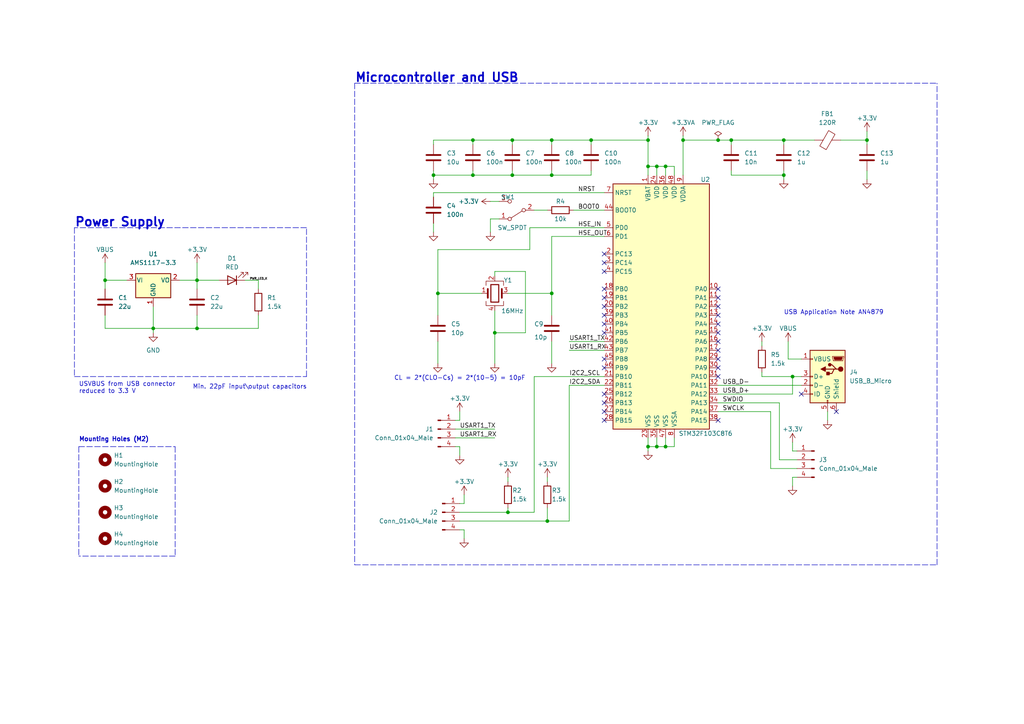
<source format=kicad_sch>
(kicad_sch (version 20211123) (generator eeschema)
  (paper "A4")
  (title_block (title "STM32F103C8T6 SKETCH") (date "2023-02-11") (rev "0.1") (company "Yavuz Selim Kızıltaş"))
  (lib_symbols
    (symbol "Connector:Conn_01x04_Male" (pin_names (offset 1.016) hide)
      (property "Reference" "J" (at 0 5.08 0))
      (property "Value" "Conn_01x04_Male" (at 0 -7.62 0))
      (symbol "Conn_01x04_Male_1_1"
        (polyline (pts (xy 1.27 -5.08) (xy 0.8636 -5.08)) (stroke (width 0.1524)))
        (polyline (pts (xy 1.27 -2.54) (xy 0.8636 -2.54)) (stroke (width 0.1524)))
        (polyline (pts (xy 1.27 0) (xy 0.8636 0)) (stroke (width 0.1524)))
        (polyline (pts (xy 1.27 2.54) (xy 0.8636 2.54)) (stroke (width 0.1524)))
        (rectangle (start 0.8636 -4.953) (end 0 -5.207) (stroke (width 0.1524)) (fill (type outline)))
        (rectangle (start 0.8636 -2.413) (end 0 -2.667) (stroke (width 0.1524)) (fill (type outline)))
        (rectangle (start 0.8636 0.127) (end 0 -0.127) (stroke (width 0.1524)) (fill (type outline)))
        (rectangle (start 0.8636 2.667) (end 0 2.413) (stroke (width 0.1524)) (fill (type outline)))
        (pin passive line (at 5.08 2.54 180) (length 3.81) (name "Pin_1") (number "1"))
        (pin passive line (at 5.08 0 180) (length 3.81) (name "Pin_2") (number "2"))
        (pin passive line (at 5.08 -2.54 180) (length 3.81) (name "Pin_3") (number "3"))
        (pin passive line (at 5.08 -5.08 180) (length 3.81) (name "Pin_4") (number "4"))
      )
    )
    (symbol "Connector:USB_B_Micro" (pin_names (offset 1.016))
      (property "Reference" "J" (at -5.08 11.43 0))
      (property "Value" "USB_B_Micro" (at -5.08 8.89 0))
      (symbol "USB_B_Micro_0_1"
        (rectangle (start -5.08 -7.62) (end 5.08 7.62) (stroke (width 0.254)) (fill (type background)))
        (circle (center -3.81 2.159) (radius 0.635) (stroke (width 0.254)) (fill (type outline)))
        (circle (center -0.635 3.429) (radius 0.381) (stroke (width 0.254)) (fill (type outline)))
        (rectangle (start -0.127 -7.62) (end 0.127 -6.858))
        (polyline (pts (xy -1.905 2.159) (xy 0.635 2.159)) (stroke (width 0.254)))
        (polyline (pts (xy -3.175 2.159) (xy -2.54 2.159) (xy -1.27 3.429) (xy -0.635 3.429)) (stroke (width 0.254)))
        (polyline (pts (xy -2.54 2.159) (xy -1.905 2.159) (xy -1.27 0.889) (xy 0 0.889)) (stroke (width 0.254)))
        (polyline (pts (xy 0.635 2.794) (xy 0.635 1.524) (xy 1.905 2.159) (xy 0.635 2.794)) (stroke (width 0.254)) (fill (type outline)))
        (polyline (pts (xy -4.318 5.588) (xy -1.778 5.588) (xy -2.032 4.826) (xy -4.064 4.826) (xy -4.318 5.588)) (fill (type outline)))
        (polyline (pts (xy -4.699 5.842) (xy -4.699 5.588) (xy -4.445 4.826) (xy -4.445 4.572) (xy -1.651 4.572) (xy -1.651 4.826) (xy -1.397 5.588) (xy -1.397 5.842) (xy -4.699 5.842)))
        (rectangle (start 0.254 1.27) (end -0.508 0.508) (stroke (width 0.254)) (fill (type outline)))
        (rectangle (start 5.08 -5.207) (end 4.318 -4.953))
        (rectangle (start 5.08 -2.667) (end 4.318 -2.413))
        (rectangle (start 5.08 -0.127) (end 4.318 0.127))
        (rectangle (start 5.08 4.953) (end 4.318 5.207))
      )
      (symbol "USB_B_Micro_1_1"
        (pin power_out line (at 7.62 5.08 180) (length 2.54) (name "VBUS") (number "1"))
        (pin bidirectional line (at 7.62 -2.54 180) (length 2.54) (name "D-") (number "2"))
        (pin bidirectional line (at 7.62 0 180) (length 2.54) (name "D+") (number "3"))
        (pin passive line (at 7.62 -5.08 180) (length 2.54) (name "ID") (number "4"))
        (pin power_out line (at 0 -10.16 90) (length 2.54) (name "GND") (number "5"))
        (pin passive line (at -2.54 -10.16 90) (length 2.54) (name "Shield") (number "6"))
      )
    )
    (symbol "Device:C" (pin_numbers hide) (pin_names (offset 0.254))
      (property "Reference" "C" (at 0.635 2.54 0))
      (property "Value" "C" (at 0.635 -2.54 0))
      (symbol "C_0_1"
        (polyline (pts (xy -2.032 -0.762) (xy 2.032 -0.762)) (stroke (width 0.508)))
        (polyline (pts (xy -2.032 0.762) (xy 2.032 0.762)) (stroke (width 0.508)))
      )
      (symbol "C_1_1"
        (pin passive line (at 0 3.81 270) (length 2.794) (name "~") (number "1"))
        (pin passive line (at 0 -3.81 90) (length 2.794) (name "~") (number "2"))
      )
    )
    (symbol "Device:Crystal_GND24" (pin_names (offset 1.016) hide)
      (property "Reference" "Y" (at 3.175 5.08 0))
      (property "Value" "Crystal_GND24" (at 3.175 3.175 0))
      (symbol "Crystal_GND24_0_1"
        (rectangle (start -1.143 2.54) (end 1.143 -2.54) (stroke (width 0.3048)))
        (polyline (pts (xy -2.54 0) (xy -2.032 0)))
        (polyline (pts (xy -2.032 -1.27) (xy -2.032 1.27)) (stroke (width 0.508)))
        (polyline (pts (xy 0 -3.81) (xy 0 -3.556)))
        (polyline (pts (xy 0 3.556) (xy 0 3.81)))
        (polyline (pts (xy 2.032 -1.27) (xy 2.032 1.27)) (stroke (width 0.508)))
        (polyline (pts (xy 2.032 0) (xy 2.54 0)))
        (polyline (pts (xy -2.54 -2.286) (xy -2.54 -3.556) (xy 2.54 -3.556) (xy 2.54 -2.286)))
        (polyline (pts (xy -2.54 2.286) (xy -2.54 3.556) (xy 2.54 3.556) (xy 2.54 2.286)))
      )
      (symbol "Crystal_GND24_1_1"
        (pin passive line (at -3.81 0 0) (length 1.27) (name "1") (number "1"))
        (pin passive line (at 0 5.08 270) (length 1.27) (name "2") (number "2"))
        (pin passive line (at 3.81 0 180) (length 1.27) (name "3") (number "3"))
        (pin passive line (at 0 -5.08 90) (length 1.27) (name "4") (number "4"))
      )
    )
    (symbol "Device:FerriteBead" (pin_numbers hide) (pin_names (offset 0))
      (property "Reference" "FB" (at -3.81 0.635 90))
      (property "Value" "FerriteBead" (at 3.81 0 90))
      (symbol "FerriteBead_0_1"
        (polyline (pts (xy 0 -1.27) (xy 0 -1.2192)))
        (polyline (pts (xy 0 1.27) (xy 0 1.2954)))
        (polyline (pts (xy -2.7686 0.4064) (xy -1.7018 2.2606) (xy 2.7686 -0.3048) (xy 1.6764 -2.159) (xy -2.7686 0.4064)))
      )
      (symbol "FerriteBead_1_1"
        (pin passive line (at 0 3.81 270) (length 2.54) (name "~") (number "1"))
        (pin passive line (at 0 -3.81 90) (length 2.54) (name "~") (number "2"))
      )
    )
    (symbol "Device:LED" (pin_numbers hide) (pin_names (offset 1.016) hide)
      (property "Reference" "D" (at 0 2.54 0))
      (property "Value" "LED" (at 0 -2.54 0))
      (symbol "LED_0_1"
        (polyline (pts (xy -1.27 -1.27) (xy -1.27 1.27)) (stroke (width 0.254)))
        (polyline (pts (xy -1.27 0) (xy 1.27 0)))
        (polyline (pts (xy 1.27 -1.27) (xy 1.27 1.27) (xy -1.27 0) (xy 1.27 -1.27)) (stroke (width 0.254)))
        (polyline (pts (xy -3.048 -0.762) (xy -4.572 -2.286) (xy -3.81 -2.286) (xy -4.572 -2.286) (xy -4.572 -1.524)))
        (polyline (pts (xy -1.778 -0.762) (xy -3.302 -2.286) (xy -2.54 -2.286) (xy -3.302 -2.286) (xy -3.302 -1.524)))
      )
      (symbol "LED_1_1"
        (pin passive line (at -3.81 0 0) (length 2.54) (name "K") (number "1"))
        (pin passive line (at 3.81 0 180) (length 2.54) (name "A") (number "2"))
      )
    )
    (symbol "Device:R" (pin_numbers hide) (pin_names (offset 0))
      (property "Reference" "R" (at 2.032 0 90))
      (property "Value" "R" (at 0 0 90))
      (symbol "R_0_1"
        (rectangle (start -1.016 -2.54) (end 1.016 2.54) (stroke (width 0.254)))
      )
      (symbol "R_1_1"
        (pin passive line (at 0 3.81 270) (length 1.27) (name "~") (number "1"))
        (pin passive line (at 0 -3.81 90) (length 1.27) (name "~") (number "2"))
      )
    )
    (symbol "MCU_ST_STM32F1:STM32F103C8Tx"
      (property "Reference" "U" (at -15.24 36.83 0))
      (property "Value" "STM32F103C8Tx" (at 7.62 36.83 0))
      (symbol "STM32F103C8Tx_0_1"
        (rectangle (start -15.24 -35.56) (end 12.7 35.56) (stroke (width 0.254)) (fill (type background)))
      )
      (symbol "STM32F103C8Tx_1_1"
        (pin power_in line (at -5.08 38.1 270) (length 2.54) (name "VBAT") (number "1"))
        (pin bidirectional line (at 15.24 5.08 180) (length 2.54) (name "PA0") (number "10"))
        (pin bidirectional line (at 15.24 2.54 180) (length 2.54) (name "PA1") (number "11"))
        (pin bidirectional line (at 15.24 0 180) (length 2.54) (name "PA2") (number "12"))
        (pin bidirectional line (at 15.24 -2.54 180) (length 2.54) (name "PA3") (number "13"))
        (pin bidirectional line (at 15.24 -5.08 180) (length 2.54) (name "PA4") (number "14"))
        (pin bidirectional line (at 15.24 -7.62 180) (length 2.54) (name "PA5") (number "15"))
        (pin bidirectional line (at 15.24 -10.16 180) (length 2.54) (name "PA6") (number "16"))
        (pin bidirectional line (at 15.24 -12.7 180) (length 2.54) (name "PA7") (number "17"))
        (pin bidirectional line (at -17.78 5.08 0) (length 2.54) (name "PB0") (number "18"))
        (pin bidirectional line (at -17.78 2.54 0) (length 2.54) (name "PB1") (number "19"))
        (pin bidirectional line (at -17.78 15.24 0) (length 2.54) (name "PC13") (number "2"))
        (pin bidirectional line (at -17.78 0 0) (length 2.54) (name "PB2") (number "20"))
        (pin bidirectional line (at -17.78 -20.32 0) (length 2.54) (name "PB10") (number "21"))
        (pin bidirectional line (at -17.78 -22.86 0) (length 2.54) (name "PB11") (number "22"))
        (pin power_in line (at -5.08 -38.1 90) (length 2.54) (name "VSS") (number "23"))
        (pin power_in line (at -2.54 38.1 270) (length 2.54) (name "VDD") (number "24"))
        (pin bidirectional line (at -17.78 -25.4 0) (length 2.54) (name "PB12") (number "25"))
        (pin bidirectional line (at -17.78 -27.94 0) (length 2.54) (name "PB13") (number "26"))
        (pin bidirectional line (at -17.78 -30.48 0) (length 2.54) (name "PB14") (number "27"))
        (pin bidirectional line (at -17.78 -33.02 0) (length 2.54) (name "PB15") (number "28"))
        (pin bidirectional line (at 15.24 -15.24 180) (length 2.54) (name "PA8") (number "29"))
        (pin bidirectional line (at -17.78 12.7 0) (length 2.54) (name "PC14") (number "3"))
        (pin bidirectional line (at 15.24 -17.78 180) (length 2.54) (name "PA9") (number "30"))
        (pin bidirectional line (at 15.24 -20.32 180) (length 2.54) (name "PA10") (number "31"))
        (pin bidirectional line (at 15.24 -22.86 180) (length 2.54) (name "PA11") (number "32"))
        (pin bidirectional line (at 15.24 -25.4 180) (length 2.54) (name "PA12") (number "33"))
        (pin bidirectional line (at 15.24 -27.94 180) (length 2.54) (name "PA13") (number "34"))
        (pin power_in line (at -2.54 -38.1 90) (length 2.54) (name "VSS") (number "35"))
        (pin power_in line (at 0 38.1 270) (length 2.54) (name "VDD") (number "36"))
        (pin bidirectional line (at 15.24 -30.48 180) (length 2.54) (name "PA14") (number "37"))
        (pin bidirectional line (at 15.24 -33.02 180) (length 2.54) (name "PA15") (number "38"))
        (pin bidirectional line (at -17.78 -2.54 0) (length 2.54) (name "PB3") (number "39"))
        (pin bidirectional line (at -17.78 10.16 0) (length 2.54) (name "PC15") (number "4"))
        (pin bidirectional line (at -17.78 -5.08 0) (length 2.54) (name "PB4") (number "40"))
        (pin bidirectional line (at -17.78 -7.62 0) (length 2.54) (name "PB5") (number "41"))
        (pin bidirectional line (at -17.78 -10.16 0) (length 2.54) (name "PB6") (number "42"))
        (pin bidirectional line (at -17.78 -12.7 0) (length 2.54) (name "PB7") (number "43"))
        (pin input line (at -17.78 27.94 0) (length 2.54) (name "BOOT0") (number "44"))
        (pin bidirectional line (at -17.78 -15.24 0) (length 2.54) (name "PB8") (number "45"))
        (pin bidirectional line (at -17.78 -17.78 0) (length 2.54) (name "PB9") (number "46"))
        (pin power_in line (at 0 -38.1 90) (length 2.54) (name "VSS") (number "47"))
        (pin power_in line (at 2.54 38.1 270) (length 2.54) (name "VDD") (number "48"))
        (pin input line (at -17.78 22.86 0) (length 2.54) (name "PD0") (number "5"))
        (pin input line (at -17.78 20.32 0) (length 2.54) (name "PD1") (number "6"))
        (pin input line (at -17.78 33.02 0) (length 2.54) (name "NRST") (number "7"))
        (pin power_in line (at 2.54 -38.1 90) (length 2.54) (name "VSSA") (number "8"))
        (pin power_in line (at 5.08 38.1 270) (length 2.54) (name "VDDA") (number "9"))
      )
    )
    (symbol "Mechanical:MountingHole" (pin_names (offset 1.016))
      (property "Reference" "H" (at 0 5.08 0))
      (property "Value" "MountingHole" (at 0 3.175 0))
      (symbol "MountingHole_0_1"
        (circle (center 0 0) (radius 1.27) (stroke (width 1.27)))
      )
    )
    (symbol "Regulator_Linear:AMS1117-3.3" (pin_names (offset 0.254))
      (property "Reference" "U" (at -3.81 3.175 0))
      (property "Value" "AMS1117-3.3" (at 0 3.175 0))
      (symbol "AMS1117-3.3_0_1"
        (rectangle (start -5.08 -5.08) (end 5.08 1.905) (stroke (width 0.254)) (fill (type background)))
      )
      (symbol "AMS1117-3.3_1_1"
        (pin power_in line (at 0 -7.62 90) (length 2.54) (name "GND") (number "1"))
        (pin power_out line (at 7.62 0 180) (length 2.54) (name "VO") (number "2"))
        (pin power_in line (at -7.62 0 0) (length 2.54) (name "VI") (number "3"))
      )
    )
    (symbol "Switch:SW_SPDT" (pin_names (offset 0) hide)
      (property "Reference" "SW" (at 0 4.318 0))
      (property "Value" "SW_SPDT" (at 0 -5.08 0))
      (symbol "SW_SPDT_0_0"
        (circle (center -2.032 0) (radius 0.508))
        (circle (center 2.032 -2.54) (radius 0.508))
      )
      (symbol "SW_SPDT_0_1"
        (polyline (pts (xy -1.524 0.254) (xy 1.651 2.286)))
        (circle (center 2.032 2.54) (radius 0.508))
      )
      (symbol "SW_SPDT_1_1"
        (pin passive line (at 5.08 2.54 180) (length 2.54) (name "A") (number "1"))
        (pin passive line (at -5.08 0 0) (length 2.54) (name "B") (number "2"))
        (pin passive line (at 5.08 -2.54 180) (length 2.54) (name "C") (number "3"))
      )
    )
    (symbol "power:+3.3V" (power) (pin_names (offset 0))
      (property "Value" "+3.3V" (at 0 3.556 0))
      (symbol "+3.3V_0_1"
        (polyline (pts (xy -0.762 1.27) (xy 0 2.54)))
        (polyline (pts (xy 0 0) (xy 0 2.54)))
        (polyline (pts (xy 0 2.54) (xy 0.762 1.27)))
      )
      (symbol "+3.3V_1_1"
        (pin power_in line (at 0 0 90) (length 0) hide (name "+3.3V") (number "1"))
      )
    )
    (symbol "power:+3.3VA" (power) (pin_names (offset 0))
      (property "Value" "+3.3VA" (at 0 3.556 0))
      (symbol "+3.3VA_0_1"
        (polyline (pts (xy -0.762 1.27) (xy 0 2.54)))
        (polyline (pts (xy 0 0) (xy 0 2.54)))
        (polyline (pts (xy 0 2.54) (xy 0.762 1.27)))
      )
      (symbol "+3.3VA_1_1"
        (pin power_in line (at 0 0 90) (length 0) hide (name "+3.3VA") (number "1"))
      )
    )
    (symbol "power:GND" (power) (pin_names (offset 0))
      (property "Value" "GND" (at 0 -3.81 0))
      (symbol "GND_0_1"
        (polyline (pts (xy 0 0) (xy 0 -1.27) (xy 1.27 -1.27) (xy 0 -2.54) (xy -1.27 -1.27) (xy 0 -1.27)))
      )
      (symbol "GND_1_1"
        (pin power_in line (at 0 0 270) (length 0) hide (name "GND") (number "1"))
      )
    )
    (symbol "power:PWR_FLAG" (power) (pin_numbers hide) (pin_names (offset 0) hide)
      (property "Value" "PWR_FLAG" (at 0 3.81 0))
      (symbol "PWR_FLAG_0_0"
        (pin power_out line (at 0 0 90) (length 0) (name "pwr") (number "1"))
      )
      (symbol "PWR_FLAG_0_1"
        (polyline (pts (xy 0 0) (xy 0 1.27) (xy -1.016 1.905) (xy 0 2.54) (xy 1.016 1.905) (xy 0 1.27)))
      )
    )
    (symbol "power:VBUS" (power) (pin_names (offset 0))
      (property "Value" "VBUS" (at 0 3.81 0))
      (symbol "VBUS_0_1"
        (polyline (pts (xy -0.762 1.27) (xy 0 2.54)))
        (polyline (pts (xy 0 0) (xy 0 2.54)))
        (polyline (pts (xy 0 2.54) (xy 0.762 1.27)))
      )
      (symbol "VBUS_1_1"
        (pin power_in line (at 0 0 90) (length 0) hide (name "VBUS") (number "1"))
      )
    )
  )
  (junction (at 190.5 129.54))
  (junction (at 30.48 81.28))
  (junction (at 44.45 95.25))
  (junction (at 127 85.09))
  (junction (at 57.15 81.28))
  (junction (at 160.02 85.09))
  (junction (at 187.96 40.64))
  (junction (at 227.33 50.8))
  (junction (at 148.59 50.8))
  (junction (at 187.96 48.26))
  (junction (at 147.32 148.59))
  (junction (at 229.87 109.22))
  (junction (at 193.04 129.54))
  (junction (at 158.75 151.13))
  (junction (at 143.51 96.52))
  (junction (at 148.59 40.64))
  (junction (at 57.15 95.25))
  (junction (at 187.96 129.54))
  (junction (at 190.5 48.26))
  (junction (at 160.02 40.64))
  (junction (at 251.46 40.64))
  (junction (at 125.73 50.8))
  (junction (at 208.28 40.64))
  (junction (at 212.09 40.64))
  (junction (at 193.04 48.26))
  (junction (at 137.16 40.64))
  (junction (at 171.45 40.64))
  (junction (at 198.12 40.64))
  (junction (at 137.16 50.8))
  (junction (at 160.02 50.8))
  (junction (at 227.33 40.64))
  (no_connect (at 208.28 93.98))
  (no_connect (at 175.26 88.9))
  (no_connect (at 208.28 121.92))
  (no_connect (at 175.26 83.82))
  (no_connect (at 175.26 96.52))
  (no_connect (at 175.26 121.92))
  (no_connect (at 175.26 119.38))
  (no_connect (at 208.28 88.9))
  (no_connect (at 208.28 96.52))
  (no_connect (at 208.28 106.68))
  (no_connect (at 175.26 104.14))
  (no_connect (at 175.26 116.84))
  (no_connect (at 175.26 106.68))
  (no_connect (at 175.26 93.98))
  (no_connect (at 208.28 104.14))
  (no_connect (at 175.26 114.3))
  (no_connect (at 175.26 76.2))
  (no_connect (at 208.28 101.6))
  (no_connect (at 208.28 86.36))
  (no_connect (at 175.26 78.74))
  (no_connect (at 175.26 73.66))
  (no_connect (at 175.26 91.44))
  (no_connect (at 242.57 119.38))
  (no_connect (at 232.41 114.3))
  (no_connect (at 208.28 109.22))
  (no_connect (at 175.26 86.36))
  (no_connect (at 208.28 83.82))
  (no_connect (at 208.28 99.06))
  (no_connect (at 208.28 91.44))
  (wire (pts (xy 158.75 147.32) (xy 158.75 151.13)))
  (wire (pts (xy 229.87 130.81) (xy 229.87 128.27)))
  (wire (pts (xy 165.1 101.6) (xy 175.26 101.6)))
  (wire (pts (xy 195.58 127) (xy 195.58 129.54)))
  (wire (pts (xy 127 85.09) (xy 127 91.44)))
  (wire (pts (xy 227.33 49.53) (xy 227.33 50.8)))
  (wire (pts (xy 165.1 151.13) (xy 165.1 111.76)))
  (polyline (pts (xy 102.87 24.13) (xy 102.87 163.83)))
  (polyline (pts (xy 22.86 129.54) (xy 50.8 129.54)))
  (wire (pts (xy 133.35 148.59) (xy 147.32 148.59)))
  (wire (pts (xy 208.28 40.64) (xy 212.09 40.64)))
  (wire (pts (xy 125.73 49.53) (xy 125.73 50.8)))
  (polyline (pts (xy 50.8 129.54) (xy 50.8 161.29)))
  (wire (pts (xy 148.59 49.53) (xy 148.59 50.8)))
  (wire (pts (xy 165.1 99.06) (xy 175.26 99.06)))
  (wire (pts (xy 220.98 107.95) (xy 220.98 109.22)))
  (wire (pts (xy 229.87 138.43) (xy 231.14 138.43)))
  (wire (pts (xy 187.96 127) (xy 187.96 129.54)))
  (wire (pts (xy 133.35 132.08) (xy 133.35 129.54)))
  (wire (pts (xy 160.02 68.58) (xy 175.26 68.58)))
  (wire (pts (xy 125.73 55.88) (xy 125.73 57.15)))
  (wire (pts (xy 208.28 114.3) (xy 229.87 114.3)))
  (wire (pts (xy 137.16 40.64) (xy 137.16 41.91)))
  (wire (pts (xy 226.06 116.84) (xy 226.06 133.35)))
  (wire (pts (xy 251.46 40.64) (xy 251.46 41.91)))
  (wire (pts (xy 187.96 40.64) (xy 187.96 48.26)))
  (wire (pts (xy 134.62 146.05) (xy 134.62 143.51)))
  (wire (pts (xy 147.32 85.09) (xy 160.02 85.09)))
  (wire (pts (xy 133.35 121.92) (xy 133.35 119.38)))
  (polyline (pts (xy 50.8 161.29) (xy 22.86 161.29)))
  (polyline (pts (xy 102.87 24.13) (xy 271.78 24.13)))
  (wire (pts (xy 160.02 68.58) (xy 160.02 85.09)))
  (wire (pts (xy 228.6 99.06) (xy 228.6 104.14)))
  (wire (pts (xy 240.03 119.38) (xy 240.03 121.92)))
  (wire (pts (xy 160.02 85.09) (xy 160.02 91.44)))
  (wire (pts (xy 227.33 50.8) (xy 227.33 52.07)))
  (wire (pts (xy 160.02 40.64) (xy 160.02 41.91)))
  (polyline (pts (xy 102.87 163.83) (xy 271.78 163.83)))
  (wire (pts (xy 171.45 40.64) (xy 187.96 40.64)))
  (wire (pts (xy 127 72.39) (xy 127 85.09)))
  (wire (pts (xy 125.73 41.91) (xy 125.73 40.64)))
  (wire (pts (xy 251.46 49.53) (xy 251.46 52.07)))
  (wire (pts (xy 231.14 130.81) (xy 229.87 130.81)))
  (polyline (pts (xy 22.86 129.54) (xy 22.86 161.29)))
  (wire (pts (xy 152.4 78.74) (xy 152.4 96.52)))
  (wire (pts (xy 30.48 81.28) (xy 30.48 76.2)))
  (wire (pts (xy 160.02 50.8) (xy 171.45 50.8)))
  (wire (pts (xy 147.32 148.59) (xy 154.94 148.59)))
  (wire (pts (xy 30.48 81.28) (xy 30.48 83.82)))
  (wire (pts (xy 57.15 83.82) (xy 57.15 81.28)))
  (wire (pts (xy 71.12 81.28) (xy 74.93 81.28)))
  (wire (pts (xy 153.67 66.04) (xy 175.26 66.04)))
  (wire (pts (xy 148.59 50.8) (xy 160.02 50.8)))
  (wire (pts (xy 187.96 39.37) (xy 187.96 40.64)))
  (wire (pts (xy 171.45 40.64) (xy 171.45 41.91)))
  (wire (pts (xy 223.52 119.38) (xy 223.52 135.89)))
  (wire (pts (xy 143.51 80.01) (xy 143.51 78.74)))
  (wire (pts (xy 229.87 140.97) (xy 229.87 138.43)))
  (wire (pts (xy 220.98 99.06) (xy 220.98 100.33)))
  (wire (pts (xy 36.83 81.28) (xy 30.48 81.28)))
  (wire (pts (xy 227.33 40.64) (xy 227.33 41.91)))
  (polyline (pts (xy 271.78 163.83) (xy 271.78 24.13)))
  (wire (pts (xy 125.73 50.8) (xy 137.16 50.8)))
  (wire (pts (xy 187.96 48.26) (xy 187.96 50.8)))
  (wire (pts (xy 229.87 109.22) (xy 232.41 109.22)))
  (wire (pts (xy 243.84 40.64) (xy 251.46 40.64)))
  (wire (pts (xy 226.06 133.35) (xy 231.14 133.35)))
  (wire (pts (xy 193.04 127) (xy 193.04 129.54)))
  (wire (pts (xy 137.16 40.64) (xy 148.59 40.64)))
  (wire (pts (xy 208.28 111.76) (xy 232.41 111.76)))
  (wire (pts (xy 127 99.06) (xy 127 105.41)))
  (wire (pts (xy 198.12 40.64) (xy 208.28 40.64)))
  (wire (pts (xy 193.04 48.26) (xy 195.58 48.26)))
  (wire (pts (xy 125.73 55.88) (xy 175.26 55.88)))
  (polyline (pts (xy 21.59 66.04) (xy 21.59 109.22)))
  (wire (pts (xy 212.09 40.64) (xy 212.09 41.91)))
  (wire (pts (xy 57.15 76.2) (xy 57.15 81.28)))
  (wire (pts (xy 44.45 95.25) (xy 44.45 96.52)))
  (wire (pts (xy 236.22 40.64) (xy 227.33 40.64)))
  (wire (pts (xy 190.5 129.54) (xy 193.04 129.54)))
  (wire (pts (xy 190.5 48.26) (xy 193.04 48.26)))
  (polyline (pts (xy 88.9 66.04) (xy 21.59 66.04)))
  (wire (pts (xy 147.32 138.43) (xy 147.32 139.7)))
  (wire (pts (xy 142.24 58.42) (xy 144.78 58.42)))
  (wire (pts (xy 44.45 88.9) (xy 44.45 95.25)))
  (wire (pts (xy 158.75 151.13) (xy 165.1 151.13)))
  (wire (pts (xy 132.08 124.46) (xy 143.51 124.46)))
  (wire (pts (xy 148.59 40.64) (xy 148.59 41.91)))
  (wire (pts (xy 153.67 66.04) (xy 153.67 72.39)))
  (wire (pts (xy 187.96 129.54) (xy 190.5 129.54)))
  (wire (pts (xy 208.28 119.38) (xy 223.52 119.38)))
  (wire (pts (xy 143.51 96.52) (xy 143.51 105.41)))
  (wire (pts (xy 30.48 95.25) (xy 44.45 95.25)))
  (wire (pts (xy 212.09 49.53) (xy 212.09 50.8)))
  (wire (pts (xy 195.58 50.8) (xy 195.58 48.26)))
  (wire (pts (xy 74.93 81.28) (xy 74.93 83.82)))
  (wire (pts (xy 228.6 104.14) (xy 232.41 104.14)))
  (wire (pts (xy 57.15 91.44) (xy 57.15 95.25)))
  (wire (pts (xy 133.35 146.05) (xy 134.62 146.05)))
  (wire (pts (xy 160.02 40.64) (xy 171.45 40.64)))
  (wire (pts (xy 143.51 78.74) (xy 152.4 78.74)))
  (wire (pts (xy 132.08 121.92) (xy 133.35 121.92)))
  (wire (pts (xy 220.98 109.22) (xy 229.87 109.22)))
  (wire (pts (xy 212.09 50.8) (xy 227.33 50.8)))
  (wire (pts (xy 125.73 50.8) (xy 125.73 52.07)))
  (wire (pts (xy 153.67 72.39) (xy 127 72.39)))
  (wire (pts (xy 74.93 91.44) (xy 74.93 95.25)))
  (wire (pts (xy 144.78 63.5) (xy 142.24 63.5)))
  (wire (pts (xy 198.12 40.64) (xy 198.12 50.8)))
  (wire (pts (xy 208.28 116.84) (xy 226.06 116.84)))
  (wire (pts (xy 74.93 95.25) (xy 57.15 95.25)))
  (polyline (pts (xy 21.59 109.22) (xy 88.9 109.22)))
  (wire (pts (xy 160.02 99.06) (xy 160.02 105.41)))
  (wire (pts (xy 147.32 147.32) (xy 147.32 148.59)))
  (wire (pts (xy 133.35 129.54) (xy 132.08 129.54)))
  (wire (pts (xy 133.35 151.13) (xy 158.75 151.13)))
  (wire (pts (xy 190.5 127) (xy 190.5 129.54)))
  (wire (pts (xy 137.16 50.8) (xy 148.59 50.8)))
  (wire (pts (xy 251.46 38.1) (xy 251.46 40.64)))
  (wire (pts (xy 148.59 40.64) (xy 160.02 40.64)))
  (polyline (pts (xy 88.9 109.22) (xy 88.9 66.04)))
  (wire (pts (xy 187.96 129.54) (xy 187.96 130.81)))
  (wire (pts (xy 134.62 156.21) (xy 134.62 153.67)))
  (wire (pts (xy 125.73 40.64) (xy 137.16 40.64)))
  (wire (pts (xy 57.15 95.25) (xy 44.45 95.25)))
  (wire (pts (xy 137.16 49.53) (xy 137.16 50.8)))
  (wire (pts (xy 158.75 138.43) (xy 158.75 139.7)))
  (wire (pts (xy 187.96 48.26) (xy 190.5 48.26)))
  (wire (pts (xy 143.51 90.17) (xy 143.51 96.52)))
  (wire (pts (xy 154.94 109.22) (xy 175.26 109.22)))
  (wire (pts (xy 229.87 114.3) (xy 229.87 109.22)))
  (wire (pts (xy 152.4 96.52) (xy 143.51 96.52)))
  (wire (pts (xy 154.94 109.22) (xy 154.94 148.59)))
  (wire (pts (xy 125.73 64.77) (xy 125.73 67.31)))
  (wire (pts (xy 193.04 48.26) (xy 193.04 50.8)))
  (wire (pts (xy 160.02 49.53) (xy 160.02 50.8)))
  (wire (pts (xy 198.12 39.37) (xy 198.12 40.64)))
  (wire (pts (xy 154.94 60.96) (xy 158.75 60.96)))
  (wire (pts (xy 142.24 63.5) (xy 142.24 67.31)))
  (wire (pts (xy 212.09 40.64) (xy 227.33 40.64)))
  (wire (pts (xy 165.1 111.76) (xy 175.26 111.76)))
  (wire (pts (xy 193.04 129.54) (xy 195.58 129.54)))
  (wire (pts (xy 134.62 153.67) (xy 133.35 153.67)))
  (wire (pts (xy 30.48 91.44) (xy 30.48 95.25)))
  (wire (pts (xy 223.52 135.89) (xy 231.14 135.89)))
  (wire (pts (xy 127 85.09) (xy 139.7 85.09)))
  (wire (pts (xy 132.08 127) (xy 143.51 127)))
  (wire (pts (xy 57.15 81.28) (xy 52.07 81.28)))
  (wire (pts (xy 171.45 49.53) (xy 171.45 50.8)))
  (wire (pts (xy 166.37 60.96) (xy 175.26 60.96)))
  (wire (pts (xy 57.15 81.28) (xy 63.5 81.28)))
  (wire (pts (xy 190.5 48.26) (xy 190.5 50.8)))
  (text "Microcontroller and USB\n" (at 102.87 24.13 0) (effects (font (size 2.54 2.54) (thickness 0.508) bold) (justify left bottom)))
  (text "USVBUS from USB connector\nreduced to 3.3 V\n" (at 22.86 114.3 0) (effects (font (size 1.27 1.27)) (justify left bottom)))
  (text "CL = 2*(CLO-Cs) = 2*(10-5) = 10pF\n" (at 114.3 110.49 0) (effects (font (size 1.27 1.27)) (justify left bottom)))
  (text "Mounting Holes (M2)" (at 22.86 128.27 0) (effects (font (size 1.27 1.27) (thickness 0.254) bold) (justify left bottom)))
  (text "Power Supply" (at 21.59 66.04 0) (effects (font (size 2.54 2.54) (thickness 0.508) bold) (justify left bottom)))
  (text "Min. 22pF input\\output capacitors\n" (at 55.88 113.03 0) (effects (font (size 1.27 1.27)) (justify left bottom)))
  (text "USB Application Note AN4879\n" (at 227.33 91.44 0) (effects (font (size 1.27 1.27)) (justify left bottom)))
  (label "USB_D-" (at 209.55 111.76 0))
  (label "HSE_OUT" (at 167.64 68.58 0))
  (label "BOOT0" (at 167.64 60.96 0))
  (label "SWCLK" (at 209.55 119.38 0))
  (label "NRST" (at 167.64 55.88 0))
  (label "USART1_TX" (at 165.1 99.06 0))
  (label "I2C2_SDA" (at 165.1 111.76 0))
  (label "USART1_TX" (at 133.35 124.46 0))
  (label "USART1_RX" (at 165.1 101.6 0))
  (label "PWR_LED_K" (at 72.39 81.28 0) (effects (font (size 0.6 0.6))))
  (label "I2C2_SCL" (at 165.1 109.22 0))
  (label "HSE_IN" (at 167.64 66.04 0))
  (label "USB_D+" (at 209.55 114.3 0))
  (label "SWDIO" (at 209.55 116.84 0))
  (label "USART1_RX" (at 133.35 127 0))
  (symbol (lib_id "Device:R") (at 162.56 60.96 90) (unit 1)
    (property "Reference" "R4" (at 162.56 58.42 90))
    (property "Value" "10k" (at 162.56 63.5 90))
    (property "Footprint" "Resistor_SMD:R_1206_3216Metric_Pad1.30x1.75mm_HandSolder" (effects hide))
  )
  (symbol (lib_id "Device:C") (at 160.02 95.25 0) (unit 1)
    (property "Reference" "C9" (at 154.94 93.98 0) (effects (justify left)))
    (property "Value" "10p" (at 154.94 97.79 0) (effects (justify left)))
    (property "Footprint" "Capacitor_SMD:C_1206_3216Metric_Pad1.33x1.80mm_HandSolder" (effects hide))
  )
  (symbol (lib_id "Switch:SW_SPDT") (at 149.86 60.96 180) (unit 1)
    (property "Reference" "SW1" (at 147.32 57.15 0))
    (property "Value" "SW_SPDT" (at 148.59 66.04 0))
    (property "Footprint" "Button_Switch_SMD:SW_SPDT_PCM12" (effects hide))
  )
  (symbol (lib_id "power:+3.3V") (at 220.98 99.06 0) (unit 1)
    (property "Reference" "#PWR020" (effects hide))
    (property "Value" "+3.3V" (at 220.98 95.25 0))
  )
  (symbol (lib_id "power:GND") (at 160.02 105.41 0) (unit 1)
    (property "Reference" "#PWR016" (effects hide))
    (property "Value" "GND" (effects hide))
  )
  (symbol (lib_id "Device:C") (at 212.09 45.72 0) (unit 1)
    (property "Reference" "C11" (at 215.9 44.4499 0) (effects (justify left)))
    (property "Value" "10n" (at 215.9 46.9899 0) (effects (justify left)))
    (property "Footprint" "Capacitor_SMD:C_1206_3216Metric_Pad1.33x1.80mm_HandSolder" (effects hide))
  )
  (symbol (lib_id "power:GND") (at 229.87 140.97 0) (unit 1)
    (property "Reference" "#PWR024" (effects hide))
    (property "Value" "GND" (effects hide))
  )
  (symbol (lib_id "Device:C") (at 160.02 45.72 0) (unit 1)
    (property "Reference" "C8" (at 163.83 44.4499 0) (effects (justify left)))
    (property "Value" "100n" (at 163.83 46.9899 0) (effects (justify left)))
    (property "Footprint" "Capacitor_SMD:C_1206_3216Metric_Pad1.33x1.80mm_HandSolder" (effects hide))
  )
  (symbol (lib_id "power:+3.3V") (at 251.46 38.1 0) (unit 1)
    (property "Reference" "#PWR026" (effects hide))
    (property "Value" "+3.3V" (at 251.46 34.29 0))
  )
  (symbol (lib_id "power:+3.3V") (at 134.62 143.51 0) (mirror y) (unit 1)
    (property "Reference" "#PWR09" (effects hide))
    (property "Value" "+3.3V" (at 134.62 139.7 0))
  )
  (symbol (lib_id "power:GND") (at 125.73 52.07 0) (unit 1)
    (property "Reference" "#PWR04" (effects hide))
    (property "Value" "GND" (effects hide))
  )
  (symbol (lib_id "power:GND") (at 143.51 105.41 0) (unit 1)
    (property "Reference" "#PWR013" (effects hide))
    (property "Value" "GND" (effects hide))
  )
  (symbol (lib_id "power:+3.3V") (at 229.87 128.27 0) (unit 1)
    (property "Reference" "#PWR023" (effects hide))
    (property "Value" "+3.3V" (at 229.87 124.46 0))
  )
  (symbol (lib_id "Device:Crystal_GND24") (at 143.51 85.09 0) (unit 1)
    (property "Reference" "Y1" (at 147.32 81.28 0))
    (property "Value" "16MHz" (at 148.59 90.17 0))
    (property "Footprint" "Crystal:Crystal_SMD_3225-4Pin_3.2x2.5mm_HandSoldering" (effects hide))
  )
  (symbol (lib_id "Device:C") (at 57.15 87.63 0) (unit 1)
    (property "Reference" "C2" (at 60.96 86.3599 0) (effects (justify left)))
    (property "Value" "22u" (at 60.96 88.8999 0) (effects (justify left)))
    (property "Footprint" "Capacitor_SMD:C_1206_3216Metric_Pad1.33x1.80mm_HandSolder" (effects hide))
  )
  (symbol (lib_id "Connector:Conn_01x04_Male") (at 128.27 148.59 0) (unit 1)
    (property "Reference" "J2" (at 127 148.5899 0) (effects (justify right)))
    (property "Value" "Conn_01x04_Male" (at 127 151.1299 0) (effects (justify right)))
    (property "Footprint" "Connector_PinHeader_2.54mm:PinHeader_1x04_P2.54mm_Vertical" (effects hide))
  )
  (symbol (lib_id "Device:C") (at 251.46 45.72 0) (unit 1)
    (property "Reference" "C13" (at 255.27 44.4499 0) (effects (justify left)))
    (property "Value" "1u" (at 255.27 46.9899 0) (effects (justify left)))
    (property "Footprint" "Capacitor_SMD:C_1206_3216Metric_Pad1.33x1.80mm_HandSolder" (effects hide))
  )
  (symbol (lib_id "power:GND") (at 134.62 156.21 0) (mirror y) (unit 1)
    (property "Reference" "#PWR010" (effects hide))
    (property "Value" "GND" (effects hide))
  )
  (symbol (lib_id "power:GND") (at 187.96 130.81 0) (unit 1)
    (property "Reference" "#PWR018" (effects hide))
    (property "Value" "GND" (effects hide))
  )
  (symbol (lib_id "Connector:Conn_01x04_Male") (at 127 124.46 0) (unit 1)
    (property "Reference" "J1" (at 125.73 124.4599 0) (effects (justify right)))
    (property "Value" "Conn_01x04_Male" (at 125.73 126.9999 0) (effects (justify right)))
    (property "Footprint" "Connector_PinHeader_2.54mm:PinHeader_1x04_P2.54mm_Vertical" (effects hide))
  )
  (symbol (lib_id "power:VBUS") (at 30.48 76.2 0) (unit 1)
    (property "Reference" "#PWR01" (effects hide))
    (property "Value" "VBUS" (at 30.48 72.39 0))
  )
  (symbol (lib_id "Device:C") (at 125.73 60.96 0) (unit 1)
    (property "Reference" "C4" (at 129.54 59.6899 0) (effects (justify left)))
    (property "Value" "100n" (at 129.54 62.2299 0) (effects (justify left)))
    (property "Footprint" "Capacitor_SMD:C_1206_3216Metric_Pad1.33x1.80mm_HandSolder" (effects hide))
  )
  (symbol (lib_id "power:VBUS") (at 228.6 99.06 0) (unit 1)
    (property "Reference" "#PWR022" (effects hide))
    (property "Value" "VBUS" (at 228.6 95.25 0))
  )
  (symbol (lib_id "Device:LED") (at 67.31 81.28 180) (unit 1)
    (property "Reference" "D1" (at 67.31 74.93 0))
    (property "Value" "RED" (at 67.31 77.47 0))
    (property "Footprint" "LED_SMD:LED_0805_2012Metric_Pad1.15x1.40mm_HandSolder" (effects hide))
  )
  (symbol (lib_id "Mechanical:MountingHole") (at 30.48 148.59 0) (unit 1)
    (property "Reference" "H3" (at 33.02 147.3199 0) (effects (justify left)))
    (property "Value" "MountingHole" (at 33.02 149.8599 0) (effects (justify left)))
    (property "Footprint" "MountingHole:MountingHole_2.2mm_M2" (effects hide))
  )
  (symbol (lib_id "power:GND") (at 44.45 96.52 0) (unit 1)
    (property "Reference" "#PWR02" (effects hide))
    (property "Value" "GND" (at 44.45 101.6 0))
  )
  (symbol (lib_id "Device:R") (at 220.98 104.14 0) (unit 1)
    (property "Reference" "R5" (at 223.52 102.8699 0) (effects (justify left)))
    (property "Value" "1.5k" (at 223.52 105.4099 0) (effects (justify left)))
    (property "Footprint" "Resistor_SMD:R_1206_3216Metric_Pad1.30x1.75mm_HandSolder" (effects hide))
  )
  (symbol (lib_id "Device:C") (at 30.48 87.63 0) (unit 1)
    (property "Reference" "C1" (at 34.29 86.3599 0) (effects (justify left)))
    (property "Value" "22u" (at 34.29 88.8999 0) (effects (justify left)))
    (property "Footprint" "Capacitor_SMD:C_1206_3216Metric_Pad1.33x1.80mm_HandSolder" (effects hide))
  )
  (symbol (lib_id "Mechanical:MountingHole") (at 30.48 140.97 0) (unit 1)
    (property "Reference" "H2" (at 33.02 139.6999 0) (effects (justify left)))
    (property "Value" "MountingHole" (at 33.02 142.2399 0) (effects (justify left)))
    (property "Footprint" "MountingHole:MountingHole_2.2mm_M2" (effects hide))
  )
  (symbol (lib_id "Device:C") (at 171.45 45.72 0) (unit 1)
    (property "Reference" "C10" (at 175.26 44.4499 0) (effects (justify left)))
    (property "Value" "100n" (at 175.26 46.9899 0) (effects (justify left)))
    (property "Footprint" "Capacitor_SMD:C_1206_3216Metric_Pad1.33x1.80mm_HandSolder" (effects hide))
  )
  (symbol (lib_id "Mechanical:MountingHole") (at 30.48 156.21 0) (unit 1)
    (property "Reference" "H4" (at 33.02 154.9399 0) (effects (justify left)))
    (property "Value" "MountingHole" (at 33.02 157.4799 0) (effects (justify left)))
    (property "Footprint" "MountingHole:MountingHole_2.2mm_M2" (effects hide))
  )
  (symbol (lib_id "power:+3.3V") (at 158.75 138.43 0) (mirror y) (unit 1)
    (property "Reference" "#PWR015" (effects hide))
    (property "Value" "+3.3V" (at 158.75 134.62 0))
  )
  (symbol (lib_id "power:PWR_FLAG") (at 208.28 40.64 0) (unit 1)
    (property "Reference" "#FLG0101" (effects hide))
    (property "Value" "PWR_FLAG" (at 208.28 35.56 0))
  )
  (symbol (lib_id "Device:C") (at 125.73 45.72 0) (unit 1)
    (property "Reference" "C3" (at 129.54 44.4499 0) (effects (justify left)))
    (property "Value" "10u" (at 129.54 46.9899 0) (effects (justify left)))
    (property "Footprint" "Capacitor_SMD:C_1206_3216Metric_Pad1.33x1.80mm_HandSolder" (effects hide))
  )
  (symbol (lib_id "power:+3.3V") (at 147.32 138.43 0) (mirror y) (unit 1)
    (property "Reference" "#PWR014" (effects hide))
    (property "Value" "+3.3V" (at 147.32 134.62 0))
  )
  (symbol (lib_id "Device:C") (at 127 95.25 0) (unit 1)
    (property "Reference" "C5" (at 130.81 93.9799 0) (effects (justify left)))
    (property "Value" "10p" (at 130.81 96.5199 0) (effects (justify left)))
    (property "Footprint" "Capacitor_SMD:C_1206_3216Metric_Pad1.33x1.80mm_HandSolder" (effects hide))
  )
  (symbol (lib_id "Mechanical:MountingHole") (at 30.48 133.35 0) (unit 1)
    (property "Reference" "H1" (at 33.02 132.0799 0) (effects (justify left)))
    (property "Value" "MountingHole" (at 33.02 134.6199 0) (effects (justify left)))
    (property "Footprint" "MountingHole:MountingHole_2.2mm_M2" (effects hide))
  )
  (symbol (lib_id "Device:C") (at 148.59 45.72 0) (unit 1)
    (property "Reference" "C7" (at 152.4 44.4499 0) (effects (justify left)))
    (property "Value" "100n" (at 152.4 46.9899 0) (effects (justify left)))
    (property "Footprint" "Capacitor_SMD:C_1206_3216Metric_Pad1.33x1.80mm_HandSolder" (effects hide))
  )
  (symbol (lib_id "power:GND") (at 127 105.41 0) (unit 1)
    (property "Reference" "#PWR06" (effects hide))
    (property "Value" "GND" (effects hide))
  )
  (symbol (lib_id "power:GND") (at 227.33 52.07 0) (unit 1)
    (property "Reference" "#PWR021" (effects hide))
    (property "Value" "GND" (effects hide))
  )
  (symbol (lib_id "Connector:USB_B_Micro") (at 240.03 109.22 0) (mirror y) (unit 1)
    (property "Reference" "J4" (at 246.38 107.9499 0) (effects (justify right)))
    (property "Value" "USB_B_Micro" (at 246.38 110.4899 0) (effects (justify right)))
    (property "Footprint" "Connector_USB:USB_Micro-B_Wuerth_629105150521" (effects hide))
  )
  (symbol (lib_id "power:GND") (at 240.03 121.92 0) (unit 1)
    (property "Reference" "#PWR025" (effects hide))
    (property "Value" "GND" (effects hide))
  )
  (symbol (lib_id "Device:R") (at 147.32 143.51 0) (unit 1)
    (property "Reference" "R2" (at 148.59 142.24 0) (effects (justify left)))
    (property "Value" "1.5k" (at 148.59 144.78 0) (effects (justify left)))
    (property "Footprint" "Resistor_SMD:R_1206_3216Metric_Pad1.30x1.75mm_HandSolder" (effects hide))
  )
  (symbol (lib_id "Device:FerriteBead") (at 240.03 40.64 90) (unit 1)
    (property "Reference" "FB1" (at 239.9792 33.02 90))
    (property "Value" "120R" (at 239.9792 35.56 90))
    (property "Footprint" "Inductor_SMD:L_0805_2012Metric_Pad1.05x1.20mm_HandSolder" (effects hide))
  )
  (symbol (lib_id "Device:R") (at 74.93 87.63 0) (unit 1)
    (property "Reference" "R1" (at 77.47 86.3599 0) (effects (justify left)))
    (property "Value" "1.5k" (at 77.47 88.8999 0) (effects (justify left)))
    (property "Footprint" "Resistor_SMD:R_1206_3216Metric_Pad1.30x1.75mm_HandSolder" (effects hide))
  )
  (symbol (lib_id "power:+3.3VA") (at 198.12 39.37 0) (unit 1)
    (property "Reference" "#PWR019" (effects hide))
    (property "Value" "+3.3VA" (at 198.12 35.56 0))
  )
  (symbol (lib_id "Device:C") (at 137.16 45.72 0) (unit 1)
    (property "Reference" "C6" (at 140.97 44.4499 0) (effects (justify left)))
    (property "Value" "100n" (at 140.97 46.9899 0) (effects (justify left)))
    (property "Footprint" "Capacitor_SMD:C_1206_3216Metric_Pad1.33x1.80mm_HandSolder" (effects hide))
  )
  (symbol (lib_id "MCU_ST_STM32F1:STM32F103C8Tx") (at 193.04 88.9 0) (unit 1)
    (property "Reference" "U2" (at 203.2 52.07 0) (effects (justify left)))
    (property "Value" "STM32F103C8T6" (at 196.85 125.73 0) (effects (justify left)))
    (property "Footprint" "Package_QFP:LQFP-48_7x7mm_P0.5mm" (effects hide))
    (property "Datasheet" "http://www.st.com/st-web-ui/static/active/en/resource/technical/document/datasheet/CD00161566.pdf" (effects hide))
  )
  (symbol (lib_id "power:+3.3V") (at 142.24 58.42 90) (unit 1)
    (property "Reference" "#PWR011" (effects hide))
    (property "Value" "+3.3V" (at 135.89 58.42 90))
  )
  (symbol (lib_id "Device:R") (at 158.75 143.51 0) (unit 1)
    (property "Reference" "R3" (at 160.02 142.24 0) (effects (justify left)))
    (property "Value" "1.5k" (at 160.02 144.78 0) (effects (justify left)))
    (property "Footprint" "Resistor_SMD:R_1206_3216Metric_Pad1.30x1.75mm_HandSolder" (effects hide))
  )
  (symbol (lib_id "Device:C") (at 227.33 45.72 0) (unit 1)
    (property "Reference" "C12" (at 231.14 44.4499 0) (effects (justify left)))
    (property "Value" "1u" (at 231.14 46.9899 0) (effects (justify left)))
    (property "Footprint" "Capacitor_SMD:C_1206_3216Metric_Pad1.33x1.80mm_HandSolder" (effects hide))
  )
  (symbol (lib_id "power:GND") (at 133.35 132.08 0) (mirror y) (unit 1)
    (property "Reference" "#PWR08" (effects hide))
    (property "Value" "GND" (effects hide))
  )
  (symbol (lib_id "power:GND") (at 142.24 67.31 0) (unit 1)
    (property "Reference" "#PWR012" (effects hide))
    (property "Value" "GND" (effects hide))
  )
  (symbol (lib_id "power:GND") (at 125.73 67.31 0) (unit 1)
    (property "Reference" "#PWR05" (effects hide))
    (property "Value" "GND" (effects hide))
  )
  (symbol (lib_id "power:GND") (at 251.46 52.07 0) (unit 1)
    (property "Reference" "#PWR027" (effects hide))
    (property "Value" "GND" (effects hide))
  )
  (symbol (lib_id "Regulator_Linear:AMS1117-3.3") (at 44.45 81.28 0) (unit 1)
    (property "Reference" "U1" (at 44.45 73.66 0))
    (property "Value" "AMS1117-3.3" (at 44.45 76.2 0))
    (property "Footprint" "Package_TO_SOT_SMD:SOT-223-3_TabPin2" (effects hide))
    (property "Datasheet" "http://www.advanced-monolithic.com/pdf/ds1117.pdf" (effects hide))
  )
  (symbol (lib_id "Connector:Conn_01x04_Male") (at 236.22 133.35 0) (mirror y) (unit 1)
    (property "Reference" "J3" (at 237.49 133.3499 0) (effects (justify right)))
    (property "Value" "Conn_01x04_Male" (at 237.49 135.8899 0) (effects (justify right)))
    (property "Footprint" "Connector_PinHeader_2.54mm:PinHeader_1x04_P2.54mm_Vertical" (effects hide))
  )
  (symbol (lib_id "power:+3.3V") (at 187.96 39.37 0) (unit 1)
    (property "Reference" "#PWR017" (effects hide))
    (property "Value" "+3.3V" (at 187.96 35.56 0))
  )
  (symbol (lib_id "power:+3.3V") (at 57.15 76.2 0) (unit 1)
    (property "Reference" "#PWR03" (effects hide))
    (property "Value" "+3.3V" (at 57.15 72.39 0))
  )
  (symbol (lib_id "power:+3.3V") (at 133.35 119.38 0) (mirror y) (unit 1)
    (property "Reference" "#PWR07" (effects hide))
    (property "Value" "+3.3V" (at 133.35 115.57 0))
  )
)
</source>
